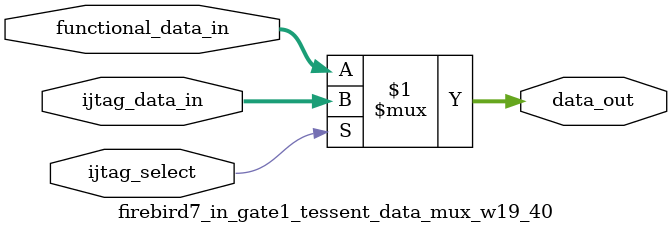
<source format=sv>

module firebird7_in_gate1_tessent_data_mux_w19_40 (
  input wire ijtag_select,
  input wire [18:0]  functional_data_in,
  input wire [18:0]  ijtag_data_in,
  output wire [18:0] data_out
);
assign data_out = (ijtag_select) ? ijtag_data_in : functional_data_in;
endmodule

</source>
